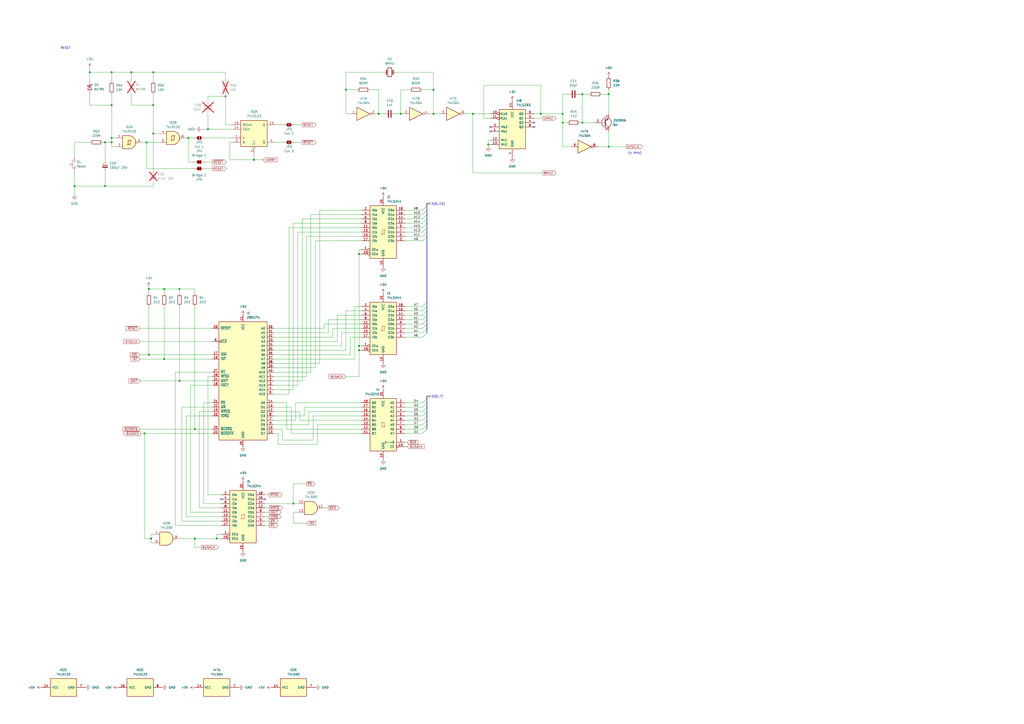
<source format=kicad_sch>
(kicad_sch (version 20250114) (generator "eeschema") (generator_version "9.0")
  (paper "A2")
  (text "(4 MHz)" (at 368.3 88.9 0) (effects (font (size 1.27 1.27))))
  (text "RESET" (at 38.1 27.94 0) (effects (font (size 1.27 1.27))))
  (junction (at 326.39 71.12))
  (junction (at 104.14 220.98))
  (junction (at 113.03 312.42))
  (junction (at 85.09 82.55))
  (junction (at 60.96 107.95))
  (junction (at 88.9 60.96))
  (junction (at 83.82 251.46))
  (junction (at 64.77 60.96))
  (junction (at 208.28 147.32))
  (junction (at 52.07 41.91))
  (junction (at 60.96 82.55))
  (junction (at 87.63 312.42))
  (junction (at 86.36 205.74))
  (junction (at 219.71 66.04))
  (junction (at 64.77 82.55))
  (junction (at 113.03 248.92))
  (junction (at 274.32 66.04))
  (junction (at 353.06 54.61))
  (junction (at 170.18 292.1))
  (junction (at 64.77 41.91))
  (junction (at 43.18 107.95))
  (junction (at 313.69 66.04))
  (junction (at 86.36 167.64))
  (junction (at 76.2 41.91))
  (junction (at 337.82 54.61))
  (junction (at 64.77 80.01))
  (junction (at 353.06 85.09))
  (junction (at 337.82 71.12))
  (junction (at 200.66 52.07))
  (junction (at 251.46 66.04))
  (junction (at 88.9 77.47))
  (junction (at 109.22 80.01))
  (junction (at 104.14 167.64))
  (junction (at 120.65 74.93))
  (junction (at 147.32 92.71))
  (junction (at 125.73 312.42))
  (junction (at 95.25 208.28))
  (junction (at 208.28 203.2))
  (junction (at 130.81 55.88))
  (junction (at 95.25 167.64))
  (junction (at 88.9 41.91))
  (junction (at 283.21 83.82))
  (junction (at 232.41 66.04))
  (junction (at 326.39 66.04))
  (junction (at 208.28 200.66))
  (junction (at 251.46 52.07))
  (no_connect (at 309.88 73.66))
  (no_connect (at 284.48 76.2))
  (no_connect (at 309.88 71.12))
  (no_connect (at 128.27 289.56))
  (no_connect (at 153.67 289.56))
  (no_connect (at 284.48 73.66))
  (bus_entry (at 245.11 246.38) (size 2.54 -2.54))
  (bus_entry (at 245.11 185.42) (size 2.54 -2.54))
  (bus_entry (at 245.11 195.58) (size 2.54 -2.54))
  (bus_entry (at 245.11 132.08) (size 2.54 -2.54))
  (bus_entry (at 245.11 134.62) (size 2.54 -2.54))
  (bus_entry (at 245.11 190.5) (size 2.54 -2.54))
  (bus_entry (at 245.11 248.92) (size 2.54 -2.54))
  (bus_entry (at 245.11 233.68) (size 2.54 -2.54))
  (bus_entry (at 245.11 238.76) (size 2.54 -2.54))
  (bus_entry (at 245.11 187.96) (size 2.54 -2.54))
  (bus_entry (at 245.11 127) (size 2.54 -2.54))
  (bus_entry (at 245.11 241.3) (size 2.54 -2.54))
  (bus_entry (at 245.11 193.04) (size 2.54 -2.54))
  (bus_entry (at 245.11 129.54) (size 2.54 -2.54))
  (bus_entry (at 245.11 137.16) (size 2.54 -2.54))
  (bus_entry (at 245.11 124.46) (size 2.54 -2.54))
  (bus_entry (at 245.11 177.8) (size 2.54 -2.54))
  (bus_entry (at 245.11 182.88) (size 2.54 -2.54))
  (bus_entry (at 245.11 121.92) (size 2.54 -2.54))
  (bus_entry (at 245.11 236.22) (size 2.54 -2.54))
  (bus_entry (at 245.11 251.46) (size 2.54 -2.54))
  (bus_entry (at 245.11 243.84) (size 2.54 -2.54))
  (bus_entry (at 245.11 180.34) (size 2.54 -2.54))
  (bus_entry (at 245.11 139.7) (size 2.54 -2.54))
  (wire (pts (xy 251.46 52.07) (xy 245.11 52.07)))
  (wire (pts (xy 184.15 257.81) (xy 161.29 257.81)))
  (wire (pts (xy 353.06 52.07) (xy 353.06 54.61)))
  (wire (pts (xy 104.14 167.64) (xy 104.14 170.18)))
  (wire (pts (xy 86.36 166.37) (xy 86.36 167.64)))
  (wire (pts (xy 130.81 72.39) (xy 134.62 72.39)))
  (wire (pts (xy 104.14 220.98) (xy 123.19 220.98)))
  (wire (pts (xy 233.68 66.04) (xy 232.41 66.04)))
  (wire (pts (xy 176.53 241.3) (xy 176.53 236.22)))
  (wire (pts (xy 353.06 54.61) (xy 353.06 66.04)))
  (wire (pts (xy 234.95 182.88) (xy 245.11 182.88)))
  (wire (pts (xy 83.82 251.46) (xy 123.19 251.46)))
  (wire (pts (xy 187.96 187.96) (xy 209.55 187.96)))
  (wire (pts (xy 86.36 177.8) (xy 86.36 205.74)))
  (wire (pts (xy 200.66 203.2) (xy 200.66 180.34)))
  (wire (pts (xy 130.81 41.91) (xy 88.9 41.91)))
  (wire (pts (xy 336.55 71.12) (xy 337.82 71.12)))
  (wire (pts (xy 105.41 236.22) (xy 123.19 236.22)))
  (wire (pts (xy 232.41 66.04) (xy 229.87 66.04)))
  (wire (pts (xy 314.96 68.58) (xy 309.88 68.58)))
  (wire (pts (xy 158.75 190.5) (xy 187.96 190.5)))
  (wire (pts (xy 222.25 41.91) (xy 200.66 41.91)))
  (wire (pts (xy 158.75 226.06) (xy 170.18 226.06)))
  (wire (pts (xy 313.69 49.53) (xy 313.69 66.04)))
  (wire (pts (xy 118.11 233.68) (xy 123.19 233.68)))
  (wire (pts (xy 193.04 190.5) (xy 209.55 190.5)))
  (wire (pts (xy 134.62 82.55) (xy 133.35 82.55)))
  (wire (pts (xy 313.69 66.04) (xy 326.39 66.04)))
  (wire (pts (xy 184.15 246.38) (xy 184.15 257.81)))
  (wire (pts (xy 283.21 81.28) (xy 283.21 83.82)))
  (wire (pts (xy 109.22 80.01) (xy 111.76 80.01)))
  (wire (pts (xy 234.95 190.5) (xy 245.11 190.5)))
  (wire (pts (xy 158.75 246.38) (xy 179.07 246.38)))
  (wire (pts (xy 113.03 317.5) (xy 113.03 312.42)))
  (wire (pts (xy 158.75 198.12) (xy 195.58 198.12)))
  (wire (pts (xy 158.75 208.28) (xy 205.74 208.28)))
  (wire (pts (xy 88.9 41.91) (xy 76.2 41.91)))
  (wire (pts (xy 153.67 292.1) (xy 170.18 292.1)))
  (wire (pts (xy 180.34 124.46) (xy 209.55 124.46)))
  (wire (pts (xy 120.65 66.04) (xy 120.65 74.93)))
  (wire (pts (xy 133.35 92.71) (xy 147.32 92.71)))
  (wire (pts (xy 234.95 134.62) (xy 245.11 134.62)))
  (wire (pts (xy 195.58 182.88) (xy 209.55 182.88)))
  (wire (pts (xy 234.95 195.58) (xy 245.11 195.58)))
  (wire (pts (xy 234.95 180.34) (xy 245.11 180.34)))
  (bus (pts (xy 247.65 231.14) (xy 247.65 233.68)))
  (wire (pts (xy 161.29 251.46) (xy 158.75 251.46)))
  (bus (pts (xy 247.65 175.26) (xy 247.65 177.8)))
  (wire (pts (xy 171.45 82.55) (xy 175.26 82.55)))
  (wire (pts (xy 86.36 205.74) (xy 123.19 205.74)))
  (wire (pts (xy 81.28 248.92) (xy 113.03 248.92)))
  (wire (pts (xy 234.95 139.7) (xy 245.11 139.7)))
  (bus (pts (xy 247.65 177.8) (xy 247.65 180.34)))
  (wire (pts (xy 88.9 77.47) (xy 88.9 60.96)))
  (wire (pts (xy 95.25 177.8) (xy 95.25 208.28)))
  (wire (pts (xy 60.96 82.55) (xy 64.77 82.55)))
  (wire (pts (xy 111.76 97.79) (xy 85.09 97.79)))
  (wire (pts (xy 156.21 304.8) (xy 153.67 304.8)))
  (wire (pts (xy 83.82 312.42) (xy 83.82 251.46)))
  (wire (pts (xy 156.21 294.64) (xy 153.67 294.64)))
  (wire (pts (xy 158.75 193.04) (xy 190.5 193.04)))
  (wire (pts (xy 43.18 90.17) (xy 43.18 82.55)))
  (wire (pts (xy 234.95 137.16) (xy 245.11 137.16)))
  (wire (pts (xy 166.37 233.68) (xy 166.37 248.92)))
  (wire (pts (xy 163.83 248.92) (xy 163.83 255.27)))
  (wire (pts (xy 234.95 129.54) (xy 245.11 129.54)))
  (wire (pts (xy 218.44 66.04) (xy 219.71 66.04)))
  (wire (pts (xy 83.82 312.42) (xy 87.63 312.42)))
  (wire (pts (xy 111.76 93.98) (xy 109.22 93.98)))
  (wire (pts (xy 147.32 92.71) (xy 147.32 90.17)))
  (wire (pts (xy 190.5 185.42) (xy 209.55 185.42)))
  (wire (pts (xy 208.28 203.2) (xy 208.28 200.66)))
  (wire (pts (xy 115.57 238.76) (xy 123.19 238.76)))
  (bus (pts (xy 247.65 190.5) (xy 247.65 193.04)))
  (wire (pts (xy 158.75 210.82) (xy 185.42 210.82)))
  (wire (pts (xy 176.53 236.22) (xy 209.55 236.22)))
  (wire (pts (xy 326.39 85.09) (xy 326.39 71.12)))
  (wire (pts (xy 190.5 294.64) (xy 187.96 294.64)))
  (wire (pts (xy 190.5 193.04) (xy 190.5 185.42)))
  (wire (pts (xy 158.75 218.44) (xy 177.8 218.44)))
  (wire (pts (xy 234.95 251.46) (xy 245.11 251.46)))
  (wire (pts (xy 251.46 66.04) (xy 251.46 52.07)))
  (bus (pts (xy 247.65 121.92) (xy 247.65 124.46)))
  (wire (pts (xy 156.21 297.18) (xy 153.67 297.18)))
  (bus (pts (xy 248.92 118.11) (xy 247.65 118.11)))
  (wire (pts (xy 88.9 107.95) (xy 60.96 107.95)))
  (wire (pts (xy 85.09 82.55) (xy 85.09 97.79)))
  (wire (pts (xy 229.87 41.91) (xy 251.46 41.91)))
  (wire (pts (xy 107.95 241.3) (xy 123.19 241.3)))
  (wire (pts (xy 234.95 241.3) (xy 245.11 241.3)))
  (wire (pts (xy 160.02 72.39) (xy 163.83 72.39)))
  (wire (pts (xy 170.18 292.1) (xy 172.72 292.1)))
  (wire (pts (xy 328.93 71.12) (xy 326.39 71.12)))
  (wire (pts (xy 195.58 198.12) (xy 195.58 182.88)))
  (wire (pts (xy 170.18 129.54) (xy 209.55 129.54)))
  (wire (pts (xy 237.49 52.07) (xy 232.41 52.07)))
  (wire (pts (xy 193.04 195.58) (xy 193.04 190.5)))
  (wire (pts (xy 81.28 190.5) (xy 123.19 190.5)))
  (wire (pts (xy 177.8 137.16) (xy 209.55 137.16)))
  (wire (pts (xy 64.77 82.55) (xy 64.77 80.01)))
  (wire (pts (xy 205.74 177.8) (xy 209.55 177.8)))
  (wire (pts (xy 208.28 203.2) (xy 209.55 203.2)))
  (wire (pts (xy 76.2 60.96) (xy 88.9 60.96)))
  (wire (pts (xy 43.18 82.55) (xy 52.07 82.55)))
  (wire (pts (xy 95.25 167.64) (xy 95.25 170.18)))
  (wire (pts (xy 64.77 60.96) (xy 64.77 80.01)))
  (wire (pts (xy 128.27 299.72) (xy 107.95 299.72)))
  (wire (pts (xy 52.07 41.91) (xy 52.07 46.99)))
  (wire (pts (xy 326.39 66.04) (xy 326.39 71.12)))
  (wire (pts (xy 120.65 287.02) (xy 120.65 218.44)))
  (wire (pts (xy 158.75 203.2) (xy 200.66 203.2)))
  (wire (pts (xy 341.63 54.61) (xy 337.82 54.61)))
  (wire (pts (xy 171.45 233.68) (xy 209.55 233.68)))
  (wire (pts (xy 203.2 205.74) (xy 203.2 195.58)))
  (wire (pts (xy 161.29 257.81) (xy 161.29 251.46)))
  (bus (pts (xy 247.65 241.3) (xy 247.65 243.84)))
  (wire (pts (xy 251.46 66.04) (xy 255.27 66.04)))
  (wire (pts (xy 173.99 238.76) (xy 173.99 243.84)))
  (wire (pts (xy 60.96 99.06) (xy 60.96 107.95)))
  (wire (pts (xy 52.07 39.37) (xy 52.07 41.91)))
  (wire (pts (xy 128.27 309.88) (xy 125.73 309.88)))
  (wire (pts (xy 236.22 256.54) (xy 234.95 256.54)))
  (wire (pts (xy 248.92 66.04) (xy 251.46 66.04)))
  (wire (pts (xy 116.84 74.93) (xy 120.65 74.93)))
  (wire (pts (xy 234.95 121.92) (xy 245.11 121.92)))
  (wire (pts (xy 283.21 83.82) (xy 283.21 85.09)))
  (wire (pts (xy 208.28 200.66) (xy 209.55 200.66)))
  (wire (pts (xy 104.14 167.64) (xy 95.25 167.64)))
  (wire (pts (xy 200.66 180.34) (xy 209.55 180.34)))
  (wire (pts (xy 64.77 41.91) (xy 64.77 46.99)))
  (wire (pts (xy 88.9 46.99) (xy 88.9 41.91)))
  (wire (pts (xy 158.75 195.58) (xy 193.04 195.58)))
  (wire (pts (xy 81.28 220.98) (xy 104.14 220.98)))
  (wire (pts (xy 172.72 134.62) (xy 209.55 134.62)))
  (wire (pts (xy 128.27 287.02) (xy 120.65 287.02)))
  (wire (pts (xy 92.71 77.47) (xy 88.9 77.47)))
  (wire (pts (xy 280.67 49.53) (xy 313.69 49.53)))
  (bus (pts (xy 248.92 229.87) (xy 247.65 229.87)))
  (wire (pts (xy 234.95 236.22) (xy 245.11 236.22)))
  (wire (pts (xy 208.28 218.44) (xy 208.28 203.2)))
  (wire (pts (xy 328.93 54.61) (xy 326.39 54.61)))
  (bus (pts (xy 247.65 187.96) (xy 247.65 190.5)))
  (wire (pts (xy 167.64 132.08) (xy 209.55 132.08)))
  (wire (pts (xy 118.11 292.1) (xy 118.11 233.68)))
  (wire (pts (xy 110.49 223.52) (xy 123.19 223.52)))
  (wire (pts (xy 113.03 177.8) (xy 113.03 248.92)))
  (wire (pts (xy 200.66 66.04) (xy 203.2 66.04)))
  (wire (pts (xy 181.61 255.27) (xy 181.61 241.3)))
  (wire (pts (xy 116.84 317.5) (xy 113.03 317.5)))
  (wire (pts (xy 181.61 241.3) (xy 209.55 241.3)))
  (wire (pts (xy 105.41 302.26) (xy 105.41 236.22)))
  (wire (pts (xy 113.03 248.92) (xy 123.19 248.92)))
  (wire (pts (xy 331.47 85.09) (xy 326.39 85.09)))
  (wire (pts (xy 274.32 100.33) (xy 274.32 66.04)))
  (wire (pts (xy 76.2 54.61) (xy 76.2 60.96)))
  (wire (pts (xy 119.38 80.01) (xy 134.62 80.01)))
  (bus (pts (xy 247.65 246.38) (xy 247.65 248.92)))
  (wire (pts (xy 208.28 200.66) (xy 208.28 147.32)))
  (wire (pts (xy 88.9 105.41) (xy 88.9 107.95)))
  (wire (pts (xy 160.02 82.55) (xy 163.83 82.55)))
  (wire (pts (xy 64.77 85.09) (xy 64.77 82.55)))
  (wire (pts (xy 175.26 220.98) (xy 175.26 127)))
  (wire (pts (xy 214.63 52.07) (xy 219.71 52.07)))
  (wire (pts (xy 125.73 312.42) (xy 128.27 312.42)))
  (wire (pts (xy 158.75 238.76) (xy 173.99 238.76)))
  (wire (pts (xy 171.45 243.84) (xy 171.45 233.68)))
  (wire (pts (xy 232.41 52.07) (xy 232.41 66.04)))
  (bus (pts (xy 247.65 233.68) (xy 247.65 236.22)))
  (wire (pts (xy 353.06 85.09) (xy 363.22 85.09)))
  (wire (pts (xy 284.48 66.04) (xy 274.32 66.04)))
  (bus (pts (xy 247.65 229.87) (xy 247.65 231.14)))
  (wire (pts (xy 95.25 208.28) (xy 123.19 208.28)))
  (wire (pts (xy 81.28 205.74) (xy 86.36 205.74)))
  (wire (pts (xy 81.28 251.46) (xy 83.82 251.46)))
  (wire (pts (xy 115.57 294.64) (xy 115.57 238.76)))
  (bus (pts (xy 247.65 243.84) (xy 247.65 246.38)))
  (wire (pts (xy 156.21 287.02) (xy 153.67 287.02)))
  (wire (pts (xy 92.71 82.55) (xy 85.09 82.55)))
  (wire (pts (xy 128.27 294.64) (xy 115.57 294.64)))
  (wire (pts (xy 120.65 55.88) (xy 130.81 55.88)))
  (wire (pts (xy 86.36 167.64) (xy 86.36 170.18)))
  (wire (pts (xy 130.81 55.88) (xy 130.81 72.39)))
  (wire (pts (xy 208.28 147.32) (xy 208.28 144.78)))
  (wire (pts (xy 313.69 66.04) (xy 309.88 66.04)))
  (wire (pts (xy 251.46 41.91) (xy 251.46 52.07)))
  (wire (pts (xy 208.28 144.78) (xy 209.55 144.78)))
  (wire (pts (xy 113.03 312.42) (xy 125.73 312.42)))
  (wire (pts (xy 326.39 54.61) (xy 326.39 66.04)))
  (wire (pts (xy 120.65 74.93) (xy 134.62 74.93)))
  (wire (pts (xy 209.55 246.38) (xy 184.15 246.38)))
  (wire (pts (xy 87.63 309.88) (xy 88.9 309.88)))
  (wire (pts (xy 177.8 280.67) (xy 170.18 280.67)))
  (wire (pts (xy 234.95 193.04) (xy 245.11 193.04)))
  (wire (pts (xy 158.75 215.9) (xy 180.34 215.9)))
  (wire (pts (xy 172.72 223.52) (xy 172.72 134.62)))
  (wire (pts (xy 158.75 200.66) (xy 198.12 200.66)))
  (wire (pts (xy 156.21 299.72) (xy 153.67 299.72)))
  (bus (pts (xy 247.65 185.42) (xy 247.65 187.96)))
  (wire (pts (xy 205.74 208.28) (xy 205.74 177.8)))
  (wire (pts (xy 173.99 243.84) (xy 209.55 243.84)))
  (wire (pts (xy 234.95 127) (xy 245.11 127)))
  (wire (pts (xy 107.95 299.72) (xy 107.95 241.3)))
  (wire (pts (xy 158.75 248.92) (xy 163.83 248.92)))
  (wire (pts (xy 101.6 304.8) (xy 101.6 215.9)))
  (wire (pts (xy 177.8 218.44) (xy 177.8 137.16)))
  (wire (pts (xy 219.71 52.07) (xy 219.71 66.04)))
  (wire (pts (xy 284.48 68.58) (xy 280.67 68.58)))
  (wire (pts (xy 123.19 97.79) (xy 119.38 97.79)))
  (wire (pts (xy 175.26 127) (xy 209.55 127)))
  (wire (pts (xy 101.6 215.9) (xy 123.19 215.9)))
  (wire (pts (xy 88.9 60.96) (xy 88.9 54.61)))
  (wire (pts (xy 234.95 187.96) (xy 245.11 187.96)))
  (wire (pts (xy 87.63 314.96) (xy 87.63 312.42)))
  (wire (pts (xy 284.48 81.28) (xy 283.21 81.28)))
  (wire (pts (xy 168.91 236.22) (xy 168.91 251.46)))
  (wire (pts (xy 274.32 66.04) (xy 270.51 66.04)))
  (wire (pts (xy 180.34 215.9) (xy 180.34 124.46)))
  (bus (pts (xy 247.65 180.34) (xy 247.65 182.88)))
  (bus (pts (xy 247.65 129.54) (xy 247.65 132.08)))
  (wire (pts (xy 163.83 255.27) (xy 181.61 255.27)))
  (wire (pts (xy 179.07 238.76) (xy 209.55 238.76)))
  (wire (pts (xy 158.75 205.74) (xy 203.2 205.74)))
  (wire (pts (xy 234.95 185.42) (xy 245.11 185.42)))
  (wire (pts (xy 170.18 280.67) (xy 170.18 292.1)))
  (wire (pts (xy 158.75 236.22) (xy 168.91 236.22)))
  (wire (pts (xy 208.28 147.32) (xy 209.55 147.32)))
  (bus (pts (xy 247.65 132.08) (xy 247.65 134.62)))
  (wire (pts (xy 110.49 297.18) (xy 110.49 223.52)))
  (wire (pts (xy 337.82 54.61) (xy 337.82 71.12)))
  (wire (pts (xy 64.77 54.61) (xy 64.77 60.96)))
  (wire (pts (xy 207.01 52.07) (xy 200.66 52.07)))
  (wire (pts (xy 236.22 259.08) (xy 234.95 259.08)))
  (wire (pts (xy 198.12 200.66) (xy 198.12 193.04)))
  (wire (pts (xy 234.95 246.38) (xy 245.11 246.38)))
  (wire (pts (xy 314.96 100.33) (xy 274.32 100.33)))
  (wire (pts (xy 170.18 297.18) (xy 170.18 303.53)))
  (wire (pts (xy 52.07 60.96) (xy 52.07 54.61)))
  (wire (pts (xy 200.66 41.91) (xy 200.66 52.07)))
  (wire (pts (xy 113.03 170.18) (xy 113.03 167.64)))
  (wire (pts (xy 234.95 238.76) (xy 245.11 238.76)))
  (wire (pts (xy 133.35 82.55) (xy 133.35 92.71)))
  (wire (pts (xy 81.28 208.28) (xy 95.25 208.28)))
  (wire (pts (xy 158.75 223.52) (xy 172.72 223.52)))
  (wire (pts (xy 130.81 46.99) (xy 130.81 41.91)))
  (wire (pts (xy 64.77 41.91) (xy 52.07 41.91)))
  (wire (pts (xy 128.27 302.26) (xy 105.41 302.26)))
  (wire (pts (xy 168.91 251.46) (xy 209.55 251.46)))
  (bus (pts (xy 247.65 119.38) (xy 247.65 121.92)))
  (wire (pts (xy 158.75 228.6) (xy 167.64 228.6)))
  (wire (pts (xy 43.18 107.95) (xy 43.18 100.33)))
  (wire (pts (xy 283.21 83.82) (xy 284.48 83.82)))
  (wire (pts (xy 234.95 248.92) (xy 245.11 248.92)))
  (wire (pts (xy 349.25 54.61) (xy 353.06 54.61)))
  (wire (pts (xy 64.77 60.96) (xy 52.07 60.96)))
  (wire (pts (xy 43.18 113.03) (xy 43.18 107.95)))
  (wire (pts (xy 234.95 124.46) (xy 245.11 124.46)))
  (wire (pts (xy 107.95 80.01) (xy 109.22 80.01)))
  (wire (pts (xy 130.81 54.61) (xy 130.81 55.88)))
  (wire (pts (xy 234.95 177.8) (xy 245.11 177.8)))
  (wire (pts (xy 182.88 213.36) (xy 182.88 139.7)))
  (bus (pts (xy 247.65 127) (xy 247.65 129.54)))
  (wire (pts (xy 128.27 304.8) (xy 101.6 304.8)))
  (wire (pts (xy 353.06 85.09) (xy 353.06 76.2)))
  (wire (pts (xy 158.75 233.68) (xy 166.37 233.68)))
  (wire (pts (xy 87.63 312.42) (xy 87.63 309.88)))
  (wire (pts (xy 104.14 177.8) (xy 104.14 220.98)))
  (wire (pts (xy 179.07 246.38) (xy 179.07 238.76)))
  (wire (pts (xy 170.18 303.53) (xy 177.8 303.53)))
  (bus (pts (xy 247.65 236.22) (xy 247.65 238.76)))
  (bus (pts (xy 247.65 137.16) (xy 247.65 175.26)))
  (wire (pts (xy 185.42 121.92) (xy 209.55 121.92)))
  (wire (pts (xy 76.2 41.91) (xy 64.77 41.91)))
  (wire (pts (xy 187.96 190.5) (xy 187.96 187.96)))
  (wire (pts (xy 67.31 85.09) (xy 64.77 85.09)))
  (wire (pts (xy 234.95 132.08) (xy 245.11 132.08)))
  (wire (pts (xy 128.27 292.1) (xy 118.11 292.1)))
  (wire (pts (xy 85.09 82.55) (xy 82.55 82.55)))
  (wire (pts (xy 234.95 243.84) (xy 245.11 243.84)))
  (wire (pts (xy 120.65 58.42) (xy 120.65 55.88)))
  (wire (pts (xy 170.18 297.18) (xy 172.72 297.18)))
  (wire (pts (xy 158.75 220.98) (xy 175.26 220.98)))
  (wire (pts (xy 203.2 195.58) (xy 209.55 195.58)))
  (bus (pts (xy 247.65 134.62) (xy 247.65 137.16)))
  (wire (pts (xy 109.22 93.98) (xy 109.22 80.01)))
  (wire (pts (xy 337.82 71.12) (xy 345.44 71.12)))
  (wire (pts (xy 95.25 167.64) (xy 86.36 167.64)))
  (wire (pts (xy 185.42 210.82) (xy 185.42 121.92)))
  (wire (pts (xy 167.64 228.6) (xy 167.64 132.08)))
  (wire (pts (xy 158.75 243.84) (xy 171.45 243.84)))
  (wire (pts (xy 81.28 198.12) (xy 123.19 198.12)))
  (wire (pts (xy 104.14 312.42) (xy 113.03 312.42)))
  (wire (pts (xy 88.9 77.47) (xy 88.9 100.33)))
  (wire (pts (xy 200.66 218.44) (xy 208.28 218.44)))
  (wire (pts (xy 147.32 92.71) (xy 152.4 92.71)))
  (wire (pts (xy 60.96 107.95) (xy 43.18 107.95)))
  (wire (pts (xy 280.67 68.58) (xy 280.67 49.53)))
  (wire (pts (xy 123.19 93.98) (xy 119.38 93.98)))
  (wire (pts (xy 337.82 54.61) (xy 336.55 54.61)))
  (wire (pts (xy 200.66 52.07) (xy 200.66 66.04)))
  (wire (pts (xy 76.2 41.91) (xy 76.2 46.99)))
  (wire (pts (xy 182.88 139.7) (xy 209.55 139.7)))
  (wire (pts (xy 346.71 85.09) (xy 353.06 85.09)))
  (wire (pts (xy 234.95 233.68) (xy 245.11 233.68)))
  (wire (pts (xy 171.45 72.39) (xy 175.26 72.39)))
  (wire (pts (xy 120.65 218.44) (xy 123.19 218.44)))
  (wire (pts (xy 59.69 82.55) (xy 60.96 82.55)))
  (wire (pts (xy 156.21 302.26) (xy 153.67 302.26)))
  (wire (pts (xy 158.75 213.36) (xy 182.88 213.36)))
  (wire (pts (xy 128.27 297.18) (xy 110.49 297.18)))
  (bus (pts (xy 247.65 124.46) (xy 247.65 127)))
  (wire (pts (xy 219.71 66.04) (xy 222.25 66.04)))
  (wire (pts (xy 88.9 314.96) (xy 87.63 314.96)))
  (bus (pts (xy 247.65 182.88) (xy 247.65 185.42)))
  (bus (pts (xy 247.65 118.11) (xy 247.65 119.38)))
  (wire (pts (xy 64.77 80.01) (xy 67.31 80.01)))
  (wire (pts (xy 60.96 82.55) (xy 60.96 93.98)))
  (wire (pts (xy 158.75 241.3) (xy 176.53 241.3)))
  (wire (pts (xy 166.37 248.92) (xy 209.55 248.92)))
  (wire (pts (xy 170.18 226.06) (xy 170.18 129.54)))
  (wire (pts (xy 125.73 309.88) (xy 125.73 312.42)))
  (bus (pts (xy 247.65 238.76) (xy 247.65 241.3)))
  (wire (pts (xy 198.12 193.04) (xy 209.55 193.04)))
  (wire (pts (xy 113.03 167.64) (xy 104.14 167.64)))
  (label "D3" (at 240.03 236.22 0))
  (label "A15" (at 240.03 132.08 0))
  (label "A0" (at 240.03 187.96 0))
  (label "A8" (at 240.03 121.92 0))
  (label "D5" (at 240.03 238.76 0))
  (label "A7" (at 240.03 177.8 0))
  (label "A4" (at 240.03 193.04 0))
  (label "A2" (at 240.03 190.5 0))
  (label "A3" (at 240.03 182.88 0))
  (label "A12" (at 240.03 127 0))
  (label "A14" (at 240.03 129.54 0))
  (label "A6" (at 240.03 195.58 0))
  (label "D7" (at 240.03 246.38 0))
  (label "A11" (at 240.03 137.16 0))
  (label "A9" (at 240.03 139.7 0))
  (label "A10" (at 240.03 124.46 0))
  (label "D6" (at 240.03 241.3 0))
  (label "A13" (at 240.03 134.62 0))
  (label "D0" (at 240.03 248.92 0))
  (label "D2" (at 240.03 243.84 0))
  (label "D1" (at 240.03 251.46 0))
  (label "D4" (at 240.03 233.68 0))
  (label "A1" (at 240.03 185.42 0))
  (label "A5" (at 240.03 180.34 0))
  (global_label "~{WAIT}" (shape input) (at 81.28 220.98 180) (property "Intersheetrefs" "${INTERSHEET_REFS}" (effects (hide yes))))
  (global_label "~{BUS}" (shape output) (at 190.5 294.64 0) (property "Intersheetrefs" "${INTERSHEET_REFS}" (effects (hide yes))))
  (global_label "BUSACK" (shape input) (at 200.66 218.44 180) (property "Intersheetrefs" "${INTERSHEET_REFS}" (effects (hide yes))))
  (global_label "~{INT}" (shape input) (at 81.28 208.28 180) (property "Intersheetrefs" "${INTERSHEET_REFS}" (effects (hide yes))))
  (global_label "~{RESET}" (shape output) (at 175.26 82.55 0) (property "Intersheetrefs" "${INTERSHEET_REFS}" (effects (hide yes))))
  (global_label "SYSCLK" (shape input) (at 81.28 198.12 180) (property "Intersheetrefs" "${INTERSHEET_REFS}" (effects (hide yes))))
  (global_label "~{BUS}" (shape input) (at 236.22 256.54 0) (property "Intersheetrefs" "${INTERSHEET_REFS}" (effects (hide yes))))
  (global_label "~{NMI}" (shape input) (at 81.28 205.74 180) (property "Intersheetrefs" "${INTERSHEET_REFS}" (effects (hide yes))))
  (global_label "~{RESET}" (shape output) (at 123.19 93.98 0) (property "Intersheetrefs" "${INTERSHEET_REFS}" (effects (hide yes))))
  (global_label "BUSACK" (shape output) (at 116.84 317.5 0) (property "Intersheetrefs" "${INTERSHEET_REFS}" (effects (hide yes))))
  (global_label "~{IORQ}" (shape output) (at 156.21 299.72 0) (property "Intersheetrefs" "${INTERSHEET_REFS}" (effects (hide yes))))
  (global_label "~{BUSACK}" (shape output) (at 81.28 251.46 180) (property "Intersheetrefs" "${INTERSHEET_REFS}" (effects (hide yes))))
  (global_label "~{M1}" (shape output) (at 156.21 304.8 0) (property "Intersheetrefs" "${INTERSHEET_REFS}" (effects (hide yes))))
  (global_label "SYSCLK" (shape output) (at 363.22 85.09 0) (property "Intersheetrefs" "${INTERSHEET_REFS}" (effects (hide yes))))
  (global_label "8MHZ" (shape output) (at 314.96 100.33 0) (property "Intersheetrefs" "${INTERSHEET_REFS}" (effects (hide yes))))
  (global_label "HARRY" (shape input) (at 152.4 92.71 0) (property "Intersheetrefs" "${INTERSHEET_REFS}" (effects (hide yes))))
  (global_label "~{BUSREQ}" (shape input) (at 81.28 248.92 180) (property "Intersheetrefs" "${INTERSHEET_REFS}" (effects (hide yes))))
  (global_label "~{RD}" (shape output) (at 177.8 280.67 0) (property "Intersheetrefs" "${INTERSHEET_REFS}" (effects (hide yes))))
  (global_label "~{MREQ}" (shape output) (at 156.21 294.64 0) (property "Intersheetrefs" "${INTERSHEET_REFS}" (effects (hide yes))))
  (global_label "~{RESET}" (shape input) (at 81.28 190.5 180) (property "Intersheetrefs" "${INTERSHEET_REFS}" (effects (hide yes))))
  (global_label "~{RFSH}" (shape output) (at 156.21 287.02 0) (property "Intersheetrefs" "${INTERSHEET_REFS}" (effects (hide yes))))
  (global_label "~{INA}" (shape input) (at 177.8 303.53 0) (property "Intersheetrefs" "${INTERSHEET_REFS}" (effects (hide yes))))
  (global_label "RESET" (shape output) (at 175.26 72.39 0) (property "Intersheetrefs" "${INTERSHEET_REFS}" (effects (hide yes))))
  (global_label "~{HALT}" (shape output) (at 156.21 297.18 0) (property "Intersheetrefs" "${INTERSHEET_REFS}" (effects (hide yes))))
  (global_label "RESET" (shape output) (at 123.19 97.79 0) (property "Intersheetrefs" "${INTERSHEET_REFS}" (effects (hide yes))))
  (global_label "BUSACK" (shape input) (at 236.22 259.08 0) (property "Intersheetrefs" "${INTERSHEET_REFS}" (effects (hide yes))))
  (global_label "~{WR}" (shape output) (at 156.21 302.26 0) (property "Intersheetrefs" "${INTERSHEET_REFS}" (effects (hide yes))))
  (global_label "2MHZ" (shape output) (at 314.96 68.58 0) (property "Intersheetrefs" "${INTERSHEET_REFS}" (effects (hide yes))))
  (hierarchical_label "A[0..15]" (shape output) (at 248.92 118.11 0))
  (hierarchical_label "D[0..7]" (shape output) (at 248.92 229.87 0))
  (symbol (lib_id "power:GND") (at 297.18 91.44 0) (unit 1)
    (property "Reference" "#PWR014" (effects (hide yes)))
    (property "Value" "GND" (at 297.18 96.52 0))
    (property "Description" "Power symbol creates a global label with name \"GND\" , ground" (effects (hide yes)))
  )
  (symbol (lib_id "74xx:74LS132") (at 100.33 80.01 0) (unit 2)
    (property "Reference" "I52" (at 100.3217 71.12 0))
    (property "Value" "74LS132" (at 100.3217 73.66 0))
    (property "Footprint" "Einstein:DIP-14_W7.62mm" (effects (hide yes)))
    (property "Datasheet" "http://www.ti.com/lit/gpn/sn74LS132" (effects (hide yes)))
    (property "Description" "Quad 2-input NAND Schmitt trigger" (effects (hide yes)))
  )
  (symbol (lib_id "74xx:74LS132") (at 36.83 398.78 90) (unit 5)
    (property "Reference" "I52" (at 36.83 388.62 90))
    (property "Value" "74LS132" (at 36.83 391.16 90))
    (property "Footprint" "Einstein:DIP-14_W7.62mm" (effects (hide yes)))
    (property "Datasheet" "http://www.ti.com/lit/gpn/sn74LS132" (effects (hide yes)))
    (property "Description" "Quad 2-input NAND Schmitt trigger" (effects (hide yes)))
  )
  (symbol (lib_id "power:GND") (at 116.84 74.93 270) (unit 1)
    (property "Reference" "#PWR010" (effects (hide yes)))
    (property "Value" "GND" (at 113.03 74.9299 90) (effects (justify right)))
    (property "Description" "Power symbol creates a global label with name \"GND\" , ground" (effects (hide yes)))
  )
  (symbol (lib_id "Jumper:SolderJumper_2_Open") (at 167.64 82.55 0) (unit 1) (in_bom no)
    (property "Reference" "JP3" (at 167.64 85.09 0))
    (property "Value" "Cut 3" (at 167.64 87.63 0))
    (property "Footprint" "Einstein:Bodge Cut" (effects (hide yes)))
    (property "Description" "Solder Jumper, 2-pole, open" (effects (hide yes)))
  )
  (symbol (lib_id "Device:R") (at 64.77 50.8 0) (unit 1)
    (property "Reference" "R54" (at 67.31 49.5299 0) (effects (justify left)))
    (property "Value" "10K" (at 67.31 52.0699 0) (effects (justify left)))
    (property "Footprint" "Einstein:Resistor 12.70mm" (effects (hide yes)))
    (property "Description" "Resistor" (effects (hide yes)))
  )
  (symbol (lib_id "power:+5V") (at 297.18 58.42 0) (unit 1)
    (property "Reference" "#PWR013" (effects (hide yes)))
    (property "Value" "+5V" (at 297.18 53.34 0))
    (property "Description" "Power symbol creates a global label with name \"+5V\"" (effects (hide yes)))
  )
  (symbol (lib_id "74xx:74LS244") (at 140.97 299.72 0) (unit 1)
    (property "Reference" "I5" (at 143.1133 279.4 0) (effects (justify left)))
    (property "Value" "74LS244" (at 143.1133 281.94 0) (effects (justify left)))
    (property "Footprint" "Einstein:DIP-20_W7.62mm" (effects (hide yes)))
    (property "Datasheet" "http://www.ti.com/lit/ds/symlink/sn74ls244.pdf" (effects (hide yes)))
    (property "Description" "Octal Buffer and Line Driver With 3-State Output, active-low enables, non-inverting outputs" (effects (hide yes)))
  )
  (symbol (lib_id "74xx:74LS293") (at 297.18 73.66 0) (unit 1)
    (property "Reference" "I48" (at 299.3233 58.42 0) (effects (justify left)))
    (property "Value" "74LS293" (at 299.3233 60.96 0) (effects (justify left)))
    (property "Footprint" "Einstein:DIP-14_W7.62mm" (effects (hide yes)))
    (property "Datasheet" "http://www.ti.com/lit/gpn/sn74LS293" (effects (hide yes)))
    (property "Description" "4-bit binary counter" (effects (hide yes)))
  )
  (symbol (lib_id "Transistor_BJT:2N3906") (at 350.52 71.12 0) (mirror x) (unit 1)
    (property "Reference" "Q4" (at 355.6 72.3901 0) (effects (justify left)))
    (property "Value" "2N3906" (at 355.6 69.8501 0) (effects (justify left)))
    (property "Footprint" "Einstein:Transistor - Box 1 (Alt 1+3) No corner marking" (effects (hide yes)))
    (property "Datasheet" "https://www.onsemi.com/pub/Collateral/2N3906-D.PDF" (effects (hide yes)))
    (property "Description" "-0.2A Ic, -40V Vce, Small Signal PNP Transistor, TO-92" (effects (hide yes)))
  )
  (symbol (lib_id "Device:C_Polarized_Small") (at 60.96 96.52 0) (unit 1)
    (property "Reference" "C20" (at 63.5 94.7038 0) (effects (justify left)))
    (property "Value" "100uF 25V" (at 63.5 97.2438 0) (effects (justify left)))
    (property "Footprint" "Einstein:Elec_5.08mm - Box" (effects (hide yes)))
    (property "Description" "Polarized capacitor, small symbol" (effects (hide yes)))
  )
  (symbol (lib_id "power:+5V") (at 68.58 398.78 90) (unit 1)
    (property "Reference" "#PWR08" (effects (hide yes)))
    (property "Value" "+5V" (at 64.77 398.7799 90) (effects (justify left)))
    (property "Description" "Power symbol creates a global label with name \"+5V\"" (effects (hide yes)))
  )
  (symbol (lib_id "Device:C") (at 226.06 66.04 270) (unit 1)
    (property "Reference" "C10" (at 226.06 58.42 90))
    (property "Value" "1nF" (at 226.06 60.96 90))
    (property "Footprint" "Einstein:C_Disc_12.7mm" (effects (hide yes)))
    (property "Description" "Unpolarized capacitor" (effects (hide yes)))
  )
  (symbol (lib_id "power:GND") (at 43.18 113.03 0) (unit 1)
    (property "Reference" "#PWR07" (effects (hide yes)))
    (property "Value" "GND" (at 43.18 118.11 0))
    (property "Description" "Power symbol creates a global label with name \"GND\" , ground" (effects (hide yes)))
  )
  (symbol (lib_id "Device:R") (at 88.9 50.8 0) (unit 1)
    (property "Reference" "R55" (at 91.44 49.5299 0) (effects (justify left)))
    (property "Value" "10K" (at 91.44 52.0699 0) (effects (justify left)))
    (property "Footprint" "Einstein:Resistor 12.70mm" (effects (hide yes)))
    (property "Description" "Resistor" (effects (hide yes)))
  )
  (symbol (lib_id "74xx:74LS04") (at 210.82 66.04 0) (unit 1)
    (property "Reference" "I47" (at 210.82 57.15 0))
    (property "Value" "74LS04" (at 210.82 59.69 0))
    (property "Footprint" "Einstein:DIP-14_W7.62mm" (effects (hide yes)))
    (property "Datasheet" "http://www.ti.com/lit/gpn/sn74LS04" (effects (hide yes)))
    (property "Description" "Hex Inverter" (effects (hide yes)))
  )
  (symbol (lib_id "74xx:74LS244") (at 222.25 134.62 0) (unit 1)
    (property "Reference" "I2" (at 224.3933 114.3 0) (effects (justify left)))
    (property "Value" "74LS244" (at 224.3933 116.84 0) (effects (justify left)))
    (property "Footprint" "Einstein:DIP-20_W7.62mm" (effects (hide yes)))
    (property "Datasheet" "http://www.ti.com/lit/ds/symlink/sn74ls244.pdf" (effects (hide yes)))
    (property "Description" "Octal Buffer and Line Driver With 3-State Output, active-low enables, non-inverting outputs" (effects (hide yes)))
  )
  (symbol (lib_id "power:GND") (at 182.88 398.78 90) (unit 1)
    (property "Reference" "#PWR020" (effects (hide yes)))
    (property "Value" "GND" (at 186.69 398.7799 90) (effects (justify right)))
    (property "Description" "Power symbol creates a global label with name \"GND\" , ground" (effects (hide yes)))
  )
  (symbol (lib_id "Device:C") (at 120.65 62.23 0) (unit 1) (in_bom no) (dnp yes)
    (property "Reference" "C26" (at 116.84 60.9599 0) (effects (justify right)))
    (property "Value" "10nF" (at 116.84 63.4999 0) (effects (justify right)))
    (property "Footprint" "Einstein:C_Disc_12.7mm" (effects (hide yes)))
    (property "Description" "Unpolarized capacitor" (effects (hide yes)))
  )
  (symbol (lib_id "Device:R") (at 332.74 71.12 90) (unit 1)
    (property "Reference" "R34" (at 332.74 64.77 90))
    (property "Value" "1K2" (at 332.74 67.31 90))
    (property "Footprint" "Einstein:Resistor 12.70mm" (effects (hide yes)))
    (property "Description" "Resistor" (effects (hide yes)))
  )
  (symbol (lib_id "Device:Crystal") (at 226.06 41.91 0) (unit 1)
    (property "Reference" "X2" (at 226.06 34.29 0))
    (property "Value" "8MHz" (at 226.06 36.83 0))
    (property "Footprint" "Einstein:Crystal" (effects (hide yes)))
    (property "Description" "Two pin crystal" (effects (hide yes)))
  )
  (symbol (lib_id "74xx:74LS00") (at 170.18 398.78 90) (unit 5)
    (property "Reference" "I22" (at 170.18 388.62 90))
    (property "Value" "74LS00" (at 170.18 391.16 90))
    (property "Footprint" "Einstein:DIP-14_W7.62mm" (effects (hide yes)))
    (property "Datasheet" "http://www.ti.com/lit/gpn/sn74ls00" (effects (hide yes)))
    (property "Description" "quad 2-input NAND gate" (effects (hide yes)))
  )
  (symbol (lib_id "Device:R") (at 113.03 173.99 0) (unit 1)
    (property "Reference" "R4" (at 115.57 172.7199 0) (effects (justify left)))
    (property "Value" "2K2" (at 115.57 175.2599 0) (effects (justify left)))
    (property "Footprint" "Einstein:Resistor 12.70mm" (effects (hide yes)))
    (property "Description" "Resistor" (effects (hide yes)))
  )
  (symbol (lib_id "Device:C") (at 332.74 54.61 270) (unit 1)
    (property "Reference" "C11" (at 332.74 46.99 90))
    (property "Value" "33pF" (at 332.74 49.53 90))
    (property "Footprint" "Einstein:C_Disc_12.7mm" (effects (hide yes)))
    (property "Description" "Unpolarized capacitor" (effects (hide yes)))
  )
  (symbol (lib_id "Jumper:SolderJumper_2_Open") (at 167.64 72.39 0) (unit 1) (in_bom no)
    (property "Reference" "JP2" (at 167.64 74.93 0))
    (property "Value" "Cut 2" (at 167.64 77.47 0))
    (property "Footprint" "Einstein:Bodge Cut" (effects (hide yes)))
    (property "Description" "Solder Jumper, 2-pole, open" (effects (hide yes)))
  )
  (symbol (lib_id "power:GND") (at 140.97 320.04 0) (unit 1)
    (property "Reference" "#PWR018" (effects (hide yes)))
    (property "Value" "GND" (at 140.97 325.12 0))
    (property "Description" "Power symbol creates a global label with name \"GND\" , ground" (effects (hide yes)))
  )
  (symbol (lib_id "power:+5V") (at 113.03 398.78 90) (unit 1)
    (property "Reference" "#PWR012" (effects (hide yes)))
    (property "Value" "+5V" (at 109.22 398.7799 90) (effects (justify left)))
    (property "Description" "Power symbol creates a global label with name \"+5V\"" (effects (hide yes)))
  )
  (symbol (lib_id "power:+5V") (at 353.06 44.45 0) (unit 1)
    (property "Reference" "#PWR016" (effects (hide yes)))
    (property "Value" "+5V" (at 353.06 39.37 0))
    (property "Description" "Power symbol creates a global label with name \"+5V\"" (effects (hide yes)))
  )
  (symbol (lib_id "power:GND") (at 49.53 398.78 90) (unit 1)
    (property "Reference" "#PWR06" (effects (hide yes)))
    (property "Value" "GND" (at 53.34 398.7799 90) (effects (justify right)))
    (property "Description" "Power symbol creates a global label with name \"GND\" , ground" (effects (hide yes)))
  )
  (symbol (lib_id "74xx:74LS132") (at 74.93 82.55 0) (unit 1)
    (property "Reference" "I52" (at 74.9217 73.66 0))
    (property "Value" "74LS132" (at 74.9217 76.2 0))
    (property "Footprint" "Einstein:DIP-14_W7.62mm" (effects (hide yes)))
    (property "Datasheet" "http://www.ti.com/lit/gpn/sn74LS132" (effects (hide yes)))
    (property "Description" "Quad 2-input NAND Schmitt trigger" (effects (hide yes)))
  )
  (symbol (lib_id "power:+5V") (at 157.48 398.78 90) (unit 1)
    (property "Reference" "#PWR019" (effects (hide yes)))
    (property "Value" "+5V" (at 153.67 398.7799 90) (effects (justify left)))
    (property "Description" "Power symbol creates a global label with name \"+5V\"" (effects (hide yes)))
  )
  (symbol (lib_id "Diode:BAT85") (at 76.2 50.8 270) (unit 1) (dnp yes)
    (property "Reference" "D4" (at 78.74 49.2124 90) (effects (justify left)))
    (property "Value" "BAT85" (at 78.74 51.7524 90) (effects (justify left)))
    (property "Footprint" "Einstein:Diode 10.16mm" (effects (hide yes)))
    (property "Datasheet" "https://assets.nexperia.com/documents/data-sheet/BAT85.pdf" (effects (hide yes)))
    (property "Description" "30V 0.2A Schottky barrier single diode, DO-35" (effects (hide yes)))
  )
  (symbol (lib_id "Device:R") (at 55.88 82.55 90) (unit 1)
    (property "Reference" "R53" (at 55.88 76.2 90))
    (property "Value" "220R" (at 55.88 78.74 90))
    (property "Footprint" "Einstein:Resistor 12.70mm" (effects (hide yes)))
    (property "Description" "Resistor" (effects (hide yes)))
  )
  (symbol (lib_id "74xx:74LS123") (at 81.28 398.78 90) (unit 3)
    (property "Reference" "I53" (at 81.28 388.62 90))
    (property "Value" "74LS123" (at 81.28 391.16 90))
    (property "Footprint" "Einstein:DIP-16_W7.62mm" (effects (hide yes)))
    (property "Datasheet" "http://www.ti.com/lit/gpn/sn74LS123" (effects (hide yes)))
    (property "Description" "Dual retriggerable Monostable" (effects (hide yes)))
  )
  (symbol (lib_id "power:GND") (at 222.25 266.7 0) (unit 1)
    (property "Reference" "#PWR022" (effects (hide yes)))
    (property "Value" "GND" (at 222.25 271.78 0))
    (property "Description" "Power symbol creates a global label with name \"GND\" , ground" (effects (hide yes)))
  )
  (symbol (lib_id "Device:R") (at 210.82 52.07 90) (unit 1)
    (property "Reference" "R32" (at 210.82 45.72 90))
    (property "Value" "820R" (at 210.82 48.26 90))
    (property "Footprint" "Einstein:Resistor 12.70mm" (effects (hide yes)))
    (property "Description" "Resistor" (effects (hide yes)))
  )
  (symbol (lib_id "Device:R") (at 95.25 173.99 0) (unit 1)
    (property "Reference" "R2" (at 97.79 172.7199 0) (effects (justify left)))
    (property "Value" "2K2" (at 97.79 175.2599 0) (effects (justify left)))
    (property "Footprint" "Einstein:Resistor 12.70mm" (effects (hide yes)))
    (property "Description" "Resistor" (effects (hide yes)))
  )
  (symbol (lib_id "Switch:SW_Push") (at 43.18 95.25 90) (unit 1)
    (property "Reference" "S1" (at 44.45 93.9799 90) (effects (justify right)))
    (property "Value" "Reset" (at 44.45 96.5199 90) (effects (justify right)))
    (property "Footprint" "Einstein:Reset" (effects (hide yes)))
    (property "Description" "Push button switch, generic, two pins" (effects (hide yes)))
  )
  (symbol (lib_id "74xx:74LS244") (at 222.25 190.5 0) (unit 1)
    (property "Reference" "I3" (at 224.3933 170.18 0) (effects (justify left)))
    (property "Value" "74LS244" (at 224.3933 172.72 0) (effects (justify left)))
    (property "Footprint" "Einstein:DIP-20_W7.62mm" (effects (hide yes)))
    (property "Datasheet" "http://www.ti.com/lit/ds/symlink/sn74ls244.pdf" (effects (hide yes)))
    (property "Description" "Octal Buffer and Line Driver With 3-State Output, active-low enables, non-inverting outputs" (effects (hide yes)))
  )
  (symbol (lib_id "74xx:74LS04") (at 125.73 398.78 90) (unit 7)
    (property "Reference" "I47" (at 125.73 388.62 90))
    (property "Value" "74LS04" (at 125.73 391.16 90))
    (property "Footprint" "Einstein:DIP-14_W7.62mm" (effects (hide yes)))
    (property "Datasheet" "http://www.ti.com/lit/gpn/sn74LS04" (effects (hide yes)))
    (property "Description" "Hex Inverter" (effects (hide yes)))
  )
  (symbol (lib_id "74xx:74LS04") (at 339.09 85.09 0) (unit 4)
    (property "Reference" "I47" (at 339.09 76.2 0))
    (property "Value" "74LS04" (at 339.09 78.74 0))
    (property "Footprint" "Einstein:DIP-14_W7.62mm" (effects (hide yes)))
    (property "Datasheet" "http://www.ti.com/lit/gpn/sn74LS04" (effects (hide yes)))
    (property "Description" "Hex Inverter" (effects (hide yes)))
  )
  (symbol (lib_id "74xx:74LS00") (at 180.34 294.64 0) (unit 4)
    (property "Reference" "I22" (at 180.3317 285.75 0))
    (property "Value" "74LS00" (at 180.3317 288.29 0))
    (property "Footprint" "Einstein:DIP-14_W7.62mm" (effects (hide yes)))
    (property "Datasheet" "http://www.ti.com/lit/gpn/sn74ls00" (effects (hide yes)))
    (property "Description" "quad 2-input NAND gate" (effects (hide yes)))
  )
  (symbol (lib_id "power:GND") (at 283.21 85.09 0) (unit 1)
    (property "Reference" "#PWR015" (effects (hide yes)))
    (property "Value" "GND" (at 283.21 90.17 0))
    (property "Description" "Power symbol creates a global label with name \"GND\" , ground" (effects (hide yes)))
  )
  (symbol (lib_id "74xx:74LS245") (at 222.25 246.38 0) (mirror y) (unit 1)
    (property "Reference" "I4" (at 220.1067 226.06 0) (effects (justify left)))
    (property "Value" "74LS245" (at 220.1067 228.6 0) (effects (justify left)))
    (property "Footprint" "Einstein:DIP-20_W7.62mm" (effects (hide yes)))
    (property "Datasheet" "http://www.ti.com/lit/gpn/sn74LS245" (effects (hide yes)))
    (property "Description" "Octal BUS Transceivers, 3-State outputs" (effects (hide yes)))
  )
  (symbol (lib_id "74xx:74LS00") (at 96.52 312.42 0) (unit 2)
    (property "Reference" "I22" (at 96.5117 303.53 0))
    (property "Value" "74LS00" (at 96.5117 306.07 0))
    (property "Footprint" "Einstein:DIP-14_W7.62mm" (effects (hide yes)))
    (property "Datasheet" "http://www.ti.com/lit/gpn/sn74ls00" (effects (hide yes)))
    (property "Description" "quad 2-input NAND gate" (effects (hide yes)))
  )
  (symbol (lib_id "power:+5V") (at 86.36 166.37 0) (unit 1)
    (property "Reference" "#PWR01" (effects (hide yes)))
    (property "Value" "+5V" (at 86.36 161.29 0))
    (property "Description" "Power symbol creates a global label with name \"+5V\"" (effects (hide yes)))
  )
  (symbol (lib_id "power:+5V") (at 140.97 279.4 0) (unit 1)
    (property "Reference" "#PWR017" (effects (hide yes)))
    (property "Value" "+5V" (at 140.97 274.32 0))
    (property "Description" "Power symbol creates a global label with name \"+5V\"" (effects (hide yes)))
  )
  (symbol (lib_id "power:GND") (at 93.98 398.78 90) (unit 1)
    (property "Reference" "#PWR09" (effects (hide yes)))
    (property "Value" "GND" (at 97.79 398.7799 90) (effects (justify right)))
    (property "Description" "Power symbol creates a global label with name \"GND\" , ground" (effects (hide yes)))
  )
  (symbol (lib_id "Einstein:Z80CPU") (at 140.97 220.98 0) (unit 1)
    (property "Reference" "I1" (at 143.1133 181.61 0) (effects (justify left)))
    (property "Value" "Z80CPU" (at 143.1133 184.15 0) (effects (justify left)))
    (property "Footprint" "Einstein:DIP-40_W15.24mm" (effects (hide yes)))
    (property "Datasheet" "www.zilog.com/manage_directlink.php?filepath=docs/z80/um0080" (effects (hide yes)))
    (property "Description" "8-bit General Purpose Microprocessor, DIP-40" (effects (hide yes)))
  )
  (symbol (lib_id "power:GND") (at 138.43 398.78 90) (unit 1)
    (property "Reference" "#PWR011" (effects (hide yes)))
    (property "Value" "GND" (at 142.24 398.7799 90) (effects (justify right)))
    (property "Description" "Power symbol creates a global label with name \"GND\" , ground" (effects (hide yes)))
  )
  (symbol (lib_id "Jumper:SolderJumper_2_Bridged") (at 115.57 93.98 0) (unit 1) (in_bom no)
    (property "Reference" "JP4" (at 115.57 87.63 0))
    (property "Value" "Bridge 1" (at 115.57 90.17 0))
    (property "Footprint" "Einstein:Bodge Bridge" (effects (hide yes)))
    (property "Description" "Solder Jumper, 2-pole, closed/bridged" (effects (hide yes)))
  )
  (symbol (lib_id "power:+5V") (at 222.25 226.06 0) (unit 1)
    (property "Reference" "#PWR021" (effects (hide yes)))
    (property "Value" "+5V" (at 222.25 220.98 0))
    (property "Description" "Power symbol creates a global label with name \"+5V\"" (effects (hide yes)))
  )
  (symbol (lib_id "Diode:BAT85") (at 52.07 50.8 270) (unit 1)
    (property "Reference" "D5" (at 54.61 49.2124 90) (effects (justify left)))
    (property "Value" "BAT85" (at 54.61 51.7524 90) (effects (justify left)))
    (property "Footprint" "Einstein:Diode 10.16mm" (effects (hide yes)))
    (property "Datasheet" "https://assets.nexperia.com/documents/data-sheet/BAT85.pdf" (effects (hide yes)))
    (property "Description" "30V 0.2A Schottky barrier single diode, DO-35" (effects (hide yes)))
  )
  (symbol (lib_id "Device:C_Polarized_Small") (at 88.9 102.87 0) (unit 1) (dnp yes)
    (property "Reference" "C25" (at 91.44 101.0538 0) (effects (justify left)))
    (property "Value" "47uF 16V" (at 91.44 103.5938 0) (effects (justify left)))
    (property "Footprint" "Einstein:Elec_5.08mm - Box" (effects (hide yes)))
    (property "Description" "Polarized capacitor, small symbol" (effects (hide yes)))
  )
  (symbol (lib_id "74xx:74LS04") (at 241.3 66.04 0) (unit 2)
    (property "Reference" "I47" (at 241.3 57.15 0))
    (property "Value" "74LS04" (at 241.3 59.69 0))
    (property "Footprint" "Einstein:DIP-14_W7.62mm" (effects (hide yes)))
    (property "Datasheet" "http://www.ti.com/lit/gpn/sn74LS04" (effects (hide yes)))
    (property "Description" "Hex Inverter" (effects (hide yes)))
  )
  (symbol (lib_id "74xx:74LS04") (at 262.89 66.04 0) (unit 3)
    (property "Reference" "I47" (at 262.89 57.15 0))
    (property "Value" "74LS04" (at 262.89 59.69 0))
    (property "Footprint" "Einstein:DIP-14_W7.62mm" (effects (hide yes)))
    (property "Datasheet" "http://www.ti.com/lit/gpn/sn74LS04" (effects (hide yes)))
    (property "Description" "Hex Inverter" (effects (hide yes)))
  )
  (symbol (lib_id "Device:R") (at 130.81 50.8 0) (unit 1) (in_bom no) (dnp yes)
    (property "Reference" "R56" (at 133.35 49.5299 0) (effects (justify left)))
    (property "Value" "15K" (at 133.35 52.0699 0) (effects (justify left)))
    (property "Footprint" "Einstein:Resistor 12.70mm" (effects (hide yes)))
    (property "Description" "Resistor" (effects (hide yes)))
  )
  (symbol (lib_id "74xx:74LS123") (at 147.32 77.47 0) (unit 1)
    (property "Reference" "I53" (at 147.32 64.77 0))
    (property "Value" "74LS123" (at 147.32 67.31 0))
    (property "Footprint" "Einstein:DIP-16_W7.62mm" (effects (hide yes)))
    (property "Datasheet" "http://www.ti.com/lit/gpn/sn74LS123" (effects (hide yes)))
    (property "Description" "Dual retriggerable Monostable" (effects (hide yes)))
  )
  (symbol (lib_id "power:+5V") (at 222.25 170.18 0) (unit 1)
    (property "Reference" "#PWR023" (effects (hide yes)))
    (property "Value" "+5V" (at 222.25 165.1 0))
    (property "Description" "Power symbol creates a global label with name \"+5V\"" (effects (hide yes)))
  )
  (symbol (lib_id "power:+5V") (at 52.07 39.37 0) (unit 1)
    (property "Reference" "#PWR04" (effects (hide yes)))
    (property "Value" "+5V" (at 52.07 34.29 0))
    (property "Description" "Power symbol creates a global label with name \"+5V\"" (effects (hide yes)))
  )
  (symbol (lib_id "Device:R") (at 104.14 173.99 0) (unit 1)
    (property "Reference" "R3" (at 106.68 172.7199 0) (effects (justify left)))
    (property "Value" "2K2" (at 106.68 175.2599 0) (effects (justify left)))
    (property "Footprint" "Einstein:Resistor 12.70mm" (effects (hide yes)))
    (property "Description" "Resistor" (effects (hide yes)))
  )
  (symbol (lib_id "power:+5V") (at 24.13 398.78 90) (unit 1)
    (property "Reference" "#PWR05" (effects (hide yes)))
    (property "Value" "+5V" (at 20.32 398.7799 90) (effects (justify left)))
    (property "Description" "Power symbol creates a global label with name \"+5V\"" (effects (hide yes)))
  )
  (symbol (lib_id "power:+5V") (at 140.97 182.88 0) (unit 1)
    (property "Reference" "#PWR02" (effects (hide yes)))
    (property "Value" "+5V" (at 140.97 177.8 0))
    (property "Description" "Power symbol creates a global label with name \"+5V\"" (effects (hide yes)))
  )
  (symbol (lib_id "Device:R") (at 345.44 54.61 90) (unit 1)
    (property "Reference" "R35" (at 345.44 48.26 90))
    (property "Value" "220R" (at 345.44 50.8 90))
    (property "Footprint" "Einstein:Resistor 12.70mm" (effects (hide yes)))
    (property "Description" "Resistor" (effects (hide yes)))
  )
  (symbol (lib_id "power:+5V") (at 222.25 114.3 0) (unit 1)
    (property "Reference" "#PWR025" (effects (hide yes)))
    (property "Value" "+5V" (at 222.25 109.22 0))
    (property "Description" "Power symbol creates a global label with name \"+5V\"" (effects (hide yes)))
  )
  (symbol (lib_id "power:GND") (at 222.25 154.94 0) (unit 1)
    (property "Reference" "#PWR026" (effects (hide yes)))
    (property "Value" "GND" (at 222.25 160.02 0))
    (property "Description" "Power symbol creates a global label with name \"GND\" , ground" (effects (hide yes)))
  )
  (symbol (lib_id "power:GND") (at 222.25 210.82 0) (unit 1)
    (property "Reference" "#PWR024" (effects (hide yes)))
    (property "Value" "GND" (at 222.25 215.9 0))
    (property "Description" "Power symbol creates a global label with name \"GND\" , ground" (effects (hide yes)))
  )
  (symbol (lib_id "Device:R") (at 353.06 48.26 0) (unit 1)
    (property "Reference" "R36" (at 355.6 46.9899 0) (effects (justify left)))
    (property "Value" "22R" (at 355.6 49.5299 0) (effects (justify left)))
    (property "Footprint" "Einstein:Resistor 12.70mm" (effects (hide yes)))
    (property "Description" "Resistor" (effects (hide yes)))
  )
  (symbol (lib_id "Device:R") (at 241.3 52.07 90) (unit 1)
    (property "Reference" "R33" (at 241.3 45.72 90))
    (property "Value" "820R" (at 241.3 48.26 90))
    (property "Footprint" "Einstein:Resistor 12.70mm" (effects (hide yes)))
    (property "Description" "Resistor" (effects (hide yes)))
  )
  (symbol (lib_id "power:GND") (at 140.97 259.08 0) (unit 1)
    (property "Reference" "#PWR03" (effects (hide yes)))
    (property "Value" "GND" (at 140.97 264.16 0))
    (property "Description" "Power symbol creates a global label with name \"GND\" , ground" (effects (hide yes)))
  )
  (symbol (lib_id "Jumper:SolderJumper_2_Open") (at 115.57 80.01 0) (unit 1) (in_bom no)
    (property "Reference" "JP1" (at 115.57 82.55 0))
    (property "Value" "Cut 1" (at 115.57 85.09 0))
    (property "Footprint" "Einstein:Bodge Cut" (effects (hide yes)))
    (property "Description" "Solder Jumper, 2-pole, open" (effects (hide yes)))
  )
  (symbol (lib_id "Jumper:SolderJumper_2_Bridged") (at 115.57 97.79 0) (mirror x) (unit 1) (in_bom no)
    (property "Reference" "JP5" (at 115.57 104.14 0))
    (property "Value" "Bridge 1" (at 115.57 101.6 0))
    (property "Footprint" "Einstein:Bodge Bridge" (effects (hide yes)))
    (property "Description" "Solder Jumper, 2-pole, closed/bridged" (effects (hide yes)))
  )
  (symbol (lib_id "Device:R") (at 86.36 173.99 0) (unit 1)
    (property "Reference" "R1" (at 88.9 172.7199 0) (effects (justify left)))
    (property "Value" "2K2" (at 88.9 175.2599 0) (effects (justify left)))
    (property "Footprint" "Einstein:Resistor 12.70mm" (effects (hide yes)))
    (property "Description" "Resistor" (effects (hide yes)))
  )
)
</source>
